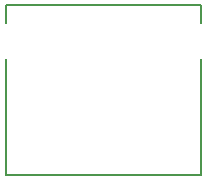
<source format=gbr>
G04 EAGLE Gerber X2 export*
%TF.Part,Single*%
%TF.FileFunction,Legend,Bot,1*%
%TF.FilePolarity,Positive*%
%TF.GenerationSoftware,Autodesk,EAGLE,8.7.0*%
%TF.CreationDate,2018-04-17T07:11:35Z*%
G75*
%MOMM*%
%FSLAX34Y34*%
%LPD*%
%AMOC8*
5,1,8,0,0,1.08239X$1,22.5*%
G01*
%ADD10C,0.203200*%


D10*
X312310Y40160D02*
X312310Y138430D01*
X312310Y168910D02*
X312310Y184160D01*
X477310Y184160D01*
X477310Y168910D01*
X477310Y138430D02*
X477310Y40160D01*
X312310Y40160D01*
M02*

</source>
